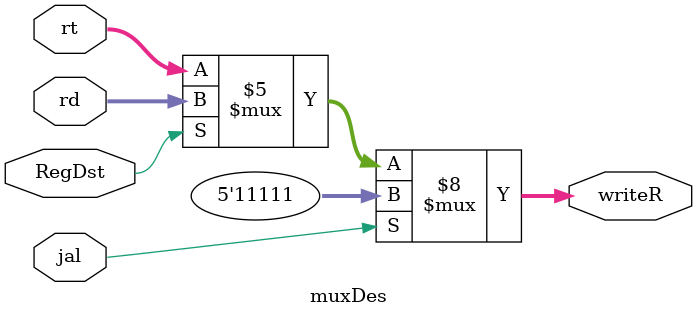
<source format=v>
`timescale 1ns / 1ps


module muxDes(rt,rd,writeR,RegDst,jal);//Ñ¡ÔñÄ¿±ê¼Ä´æÆ÷Êý¾ÝÑ¡ÔñÆ÷
       input  [4:0] rt;//µÚ2¸öÔ´²Ù×÷Êý¼Ä´æÆ÷
       input  [4:0] rd;//Ä¿µÄ²Ù×÷Êý¼Ä´æÆ÷
       input  RegDst;
       input  jal;
       output reg [4:0]  writeR;
       
       always @ (*) begin
             if(jal==1) writeR<=31; //jalÖ¸Áî£¬Ä¿±ê¼Ä´æÆ÷Îª$31
             else 
                 if(RegDst==1) writeR<=rd; //Ä¿±ê¼Ä´æÆ÷Îªrd
                 else writeR<=rt; //Ä¿±ê¼Ä´æÆ÷Îªrt
       end
      
endmodule

</source>
